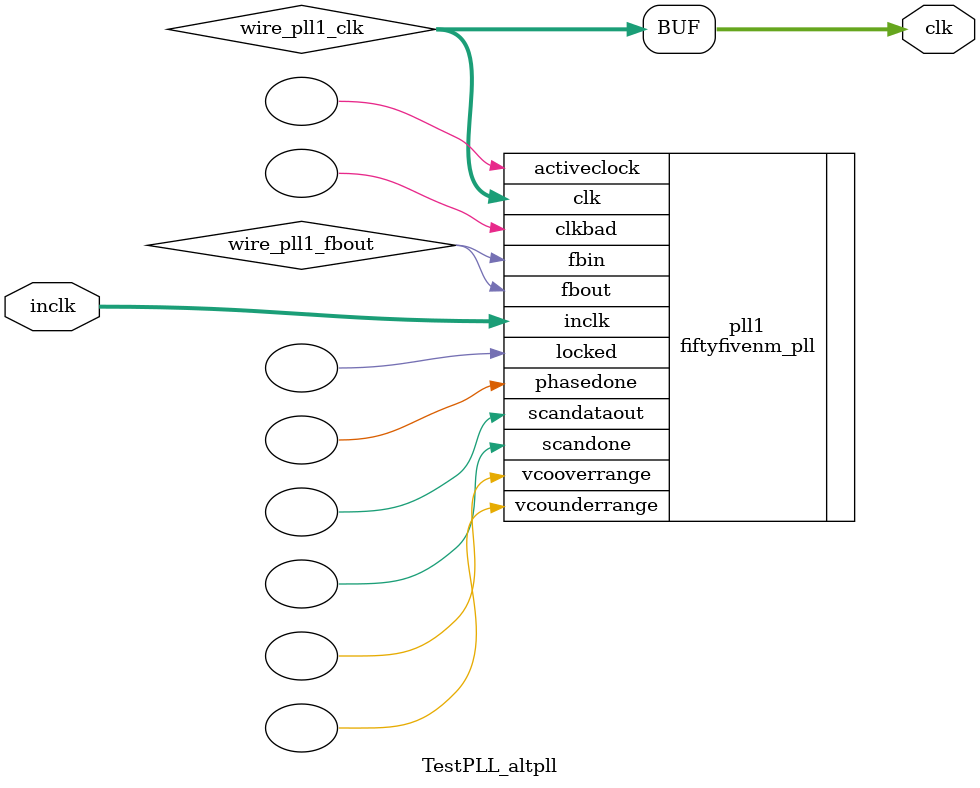
<source format=v>






//synthesis_resources = fiftyfivenm_pll 1 
//synopsys translate_off
`timescale 1 ps / 1 ps
//synopsys translate_on
module  TestPLL_altpll
	( 
	clk,
	inclk) /* synthesis synthesis_clearbox=1 */;
	output   [4:0]  clk;
	input   [1:0]  inclk;
`ifndef ALTERA_RESERVED_QIS
// synopsys translate_off
`endif
	tri0   [1:0]  inclk;
`ifndef ALTERA_RESERVED_QIS
// synopsys translate_on
`endif

	wire  [4:0]   wire_pll1_clk;
	wire  wire_pll1_fbout;

	fiftyfivenm_pll   pll1
	( 
	.activeclock(),
	.clk(wire_pll1_clk),
	.clkbad(),
	.fbin(wire_pll1_fbout),
	.fbout(wire_pll1_fbout),
	.inclk(inclk),
	.locked(),
	.phasedone(),
	.scandataout(),
	.scandone(),
	.vcooverrange(),
	.vcounderrange()
	`ifndef FORMAL_VERIFICATION
	// synopsys translate_off
	`endif
	,
	.areset(1'b0),
	.clkswitch(1'b0),
	.configupdate(1'b0),
	.pfdena(1'b1),
	.phasecounterselect({3{1'b0}}),
	.phasestep(1'b0),
	.phaseupdown(1'b0),
	.scanclk(1'b0),
	.scanclkena(1'b1),
	.scandata(1'b0)
	`ifndef FORMAL_VERIFICATION
	// synopsys translate_on
	`endif
	);
	defparam
		pll1.bandwidth_type = "auto",
		pll1.clk0_divide_by = 5,
		pll1.clk0_duty_cycle = 50,
		pll1.clk0_multiply_by = 1,
		pll1.clk0_phase_shift = "0",
		pll1.compensate_clock = "clk0",
		pll1.inclk0_input_frequency = 20000,
		pll1.operation_mode = "normal",
		pll1.pll_type = "auto",
		pll1.lpm_type = "fiftyfivenm_pll";
	assign
		clk = {wire_pll1_clk[4:0]};
endmodule //TestPLL_altpll
//VALID FILE

</source>
